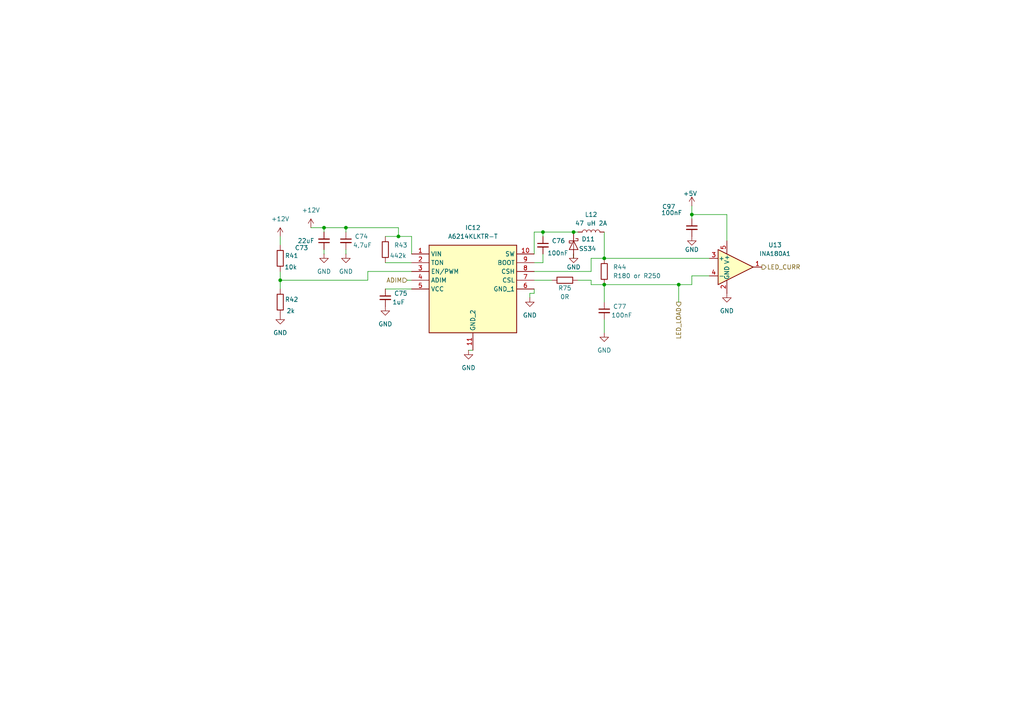
<source format=kicad_sch>
(kicad_sch (version 20250114) (generator "eeschema") (generator_version "9.0")
  (paper "A4")
  (lib_symbols
    (symbol "A6214KLKTR-T:A6214KLKTR-T"
      (property "Reference" "IC" (at 31.75 7.62 0))
      (property "Value" "A6214KLKTR-T" (at 31.75 5.08 0))
      (symbol "A6214KLKTR-T_1_1"
        (rectangle (start 5.08 2.54) (end 30.48 -22.86) (stroke (width 0.254)) (fill (type background)))
        (pin passive line (at 0 0 0) (length 5.08) (name "VIN") (number "1"))
        (pin passive line (at 0 -2.54 0) (length 5.08) (name "TON") (number "2"))
        (pin passive line (at 0 -5.08 0) (length 5.08) (name "EN/PWM") (number "3"))
        (pin passive line (at 0 -7.62 0) (length 5.08) (name "ADIM") (number "4"))
        (pin passive line (at 0 -10.16 0) (length 5.08) (name "VCC") (number "5"))
        (pin passive line (at 17.78 -27.94 90) (length 5.08) (name "GND_2") (number "11"))
        (pin passive line (at 35.56 0 180) (length 5.08) (name "SW") (number "10"))
        (pin passive line (at 35.56 -2.54 180) (length 5.08) (name "BOOT") (number "9"))
        (pin passive line (at 35.56 -5.08 180) (length 5.08) (name "CSH") (number "8"))
        (pin passive line (at 35.56 -7.62 180) (length 5.08) (name "CSL") (number "7"))
        (pin passive line (at 35.56 -10.16 180) (length 5.08) (name "GND_1") (number "6"))
      )
    )
    (symbol "Amplifier_Current:INA180A1" (pin_names (offset 0.127))
      (property "Reference" "U" (at 3.81 3.81 0))
      (property "Value" "INA180A1" (at 3.81 -2.54 0))
      (symbol "INA180A1_0_1"
        (polyline (pts (xy 5.08 0) (xy -5.08 5.08) (xy -5.08 -5.08) (xy 5.08 0)) (stroke (width 0.254)) (fill (type background)))
      )
      (symbol "INA180A1_1_1"
        (pin input line (at -7.62 2.54 0) (length 2.54) (name "+") (number "3"))
        (pin input line (at -7.62 -2.54 0) (length 2.54) (name "-") (number "4"))
        (pin power_in line (at -2.54 7.62 270) (length 3.81) (name "V+") (number "5"))
        (pin power_in line (at -2.54 -7.62 90) (length 3.81) (name "GND") (number "2"))
        (pin output line (at 7.62 0 180) (length 2.54) (name "~") (number "1"))
      )
    )
    (symbol "Device:C_Small" (pin_numbers (hide yes)) (pin_names (offset 0.254) (hide yes))
      (property "Reference" "C" (at 0.254 1.778 0))
      (property "Value" "C_Small" (at 0.254 -2.032 0))
      (symbol "C_Small_0_1"
        (polyline (pts (xy -1.524 0.508) (xy 1.524 0.508)) (stroke (width 0.3048)))
        (polyline (pts (xy -1.524 -0.508) (xy 1.524 -0.508)) (stroke (width 0.3302)))
      )
      (symbol "C_Small_1_1"
        (pin passive line (at 0 2.54 270) (length 2.032) (name "~") (number "1"))
        (pin passive line (at 0 -2.54 90) (length 2.032) (name "~") (number "2"))
      )
    )
    (symbol "Device:L" (pin_numbers (hide yes)) (pin_names (offset 1.016) (hide yes))
      (property "Reference" "L" (at -1.27 0 90))
      (property "Value" "L" (at 1.905 0 90))
      (symbol "L_0_1"
        (arc (start 0 2.54) (mid 0.6323 1.905) (end 0 1.27))
        (arc (start 0 1.27) (mid 0.6323 0.635) (end 0 0))
        (arc (start 0 0) (mid 0.6323 -0.635) (end 0 -1.27))
        (arc (start 0 -1.27) (mid 0.6323 -1.905) (end 0 -2.54))
      )
      (symbol "L_1_1"
        (pin passive line (at 0 3.81 270) (length 1.27) (name "1") (number "1"))
        (pin passive line (at 0 -3.81 90) (length 1.27) (name "2") (number "2"))
      )
    )
    (symbol "PCM_4ms_Diode:B140-E3" (pin_numbers (hide yes)) (pin_names (offset 1.016) (hide yes))
      (property "Reference" "D" (at 0 2.54 0))
      (property "Value" "B140-E3" (at 0 -2.54 0))
      (symbol "B140-E3_1_1"
        (polyline (pts (xy -1.905 0.635) (xy -1.905 1.27) (xy -1.27 1.27) (xy -1.27 -1.27) (xy -0.635 -1.27) (xy -0.635 -0.635)) (stroke (width 0.2032)))
        (polyline (pts (xy 1.27 1.27) (xy 1.27 -1.27) (xy -1.27 0) (xy 1.27 1.27)) (stroke (width 0.2032)))
        (polyline (pts (xy 1.27 0) (xy -1.27 0)))
        (pin passive line (at -3.81 0 0) (length 2.54) (name "K") (number "1"))
        (pin passive line (at 3.81 0 180) (length 2.54) (name "A") (number "2"))
      )
    )
    (symbol "PCM_4ms_Power-symbol:+12V" (power) (pin_names (offset 0))
      (property "Value" "+12V" (at 0 3.556 0))
      (symbol "+12V_0_1"
        (polyline (pts (xy -0.762 1.27) (xy 0 2.54)))
        (polyline (pts (xy 0 2.54) (xy 0.762 1.27)))
        (polyline (pts (xy 0 0) (xy 0 2.54)))
      )
      (symbol "+12V_1_1"
        (pin power_in line (at 0 0 90) (length 0) (hide yes) (name "+12V") (number "1"))
      )
    )
    (symbol "PCM_SL_Resistors:Resistor"
      (property "Reference" "R" (at 0 5.08 0))
      (property "Value" "Resistor" (at 0 2.54 0))
      (symbol "Resistor_0_1"
        (rectangle (start -2.286 0.889) (end 2.286 -0.889) (stroke (width 0.24)))
      )
      (symbol "Resistor_1_1"
        (pin passive line (at -3.81 0 0) (length 1.5) (name "") (number "1"))
        (pin passive line (at 3.81 0 180) (length 1.5) (name "~") (number "2"))
      )
    )
    (symbol "power:+5V" (power) (pin_numbers (hide yes)) (pin_names (offset 0) (hide yes))
      (property "Value" "+5V" (at 0 3.556 0))
      (symbol "+5V_0_1"
        (polyline (pts (xy -0.762 1.27) (xy 0 2.54)))
        (polyline (pts (xy 0 2.54) (xy 0.762 1.27)))
        (polyline (pts (xy 0 0) (xy 0 2.54)))
      )
      (symbol "+5V_1_1"
        (pin power_in line (at 0 0 90) (length 0) (name "~") (number "1"))
      )
    )
    (symbol "power:GND" (power) (pin_numbers (hide yes)) (pin_names (offset 0) (hide yes))
      (property "Value" "GND" (at 0 -3.81 0))
      (symbol "GND_0_1"
        (polyline (pts (xy 0 0) (xy 0 -1.27) (xy 1.27 -1.27) (xy 0 -2.54) (xy -1.27 -1.27) (xy 0 -1.27)))
      )
      (symbol "GND_1_1"
        (pin power_in line (at 0 0 270) (length 0) (name "~") (number "1"))
      )
    )
  )
  (junction (at 93.98 66.04))
  (junction (at 175.26 74.93))
  (junction (at 157.48 67.31))
  (junction (at 166.37 67.31))
  (junction (at 196.85 82.55))
  (junction (at 100.33 66.04))
  (junction (at 200.66 62.23))
  (junction (at 175.26 82.55))
  (junction (at 81.28 81.28))
  (junction (at 115.57 68.58))
  (wire (pts (xy 154.94 78.74) (xy 171.45 78.74)))
  (wire (pts (xy 81.28 78.74) (xy 81.28 81.28)))
  (wire (pts (xy 175.26 87.63) (xy 175.26 82.55)))
  (wire (pts (xy 175.26 96.52) (xy 175.26 92.71)))
  (wire (pts (xy 157.48 76.2) (xy 154.94 76.2)))
  (wire (pts (xy 90.17 66.04) (xy 93.98 66.04)))
  (wire (pts (xy 111.76 68.58) (xy 115.57 68.58)))
  (wire (pts (xy 200.66 59.69) (xy 200.66 62.23)))
  (wire (pts (xy 210.82 62.23) (xy 200.66 62.23)))
  (wire (pts (xy 115.57 66.04) (xy 115.57 68.58)))
  (wire (pts (xy 196.85 87.63) (xy 196.85 82.55)))
  (wire (pts (xy 100.33 73.66) (xy 100.33 72.39)))
  (wire (pts (xy 106.68 78.74) (xy 119.38 78.74)))
  (wire (pts (xy 200.66 62.23) (xy 200.66 63.5)))
  (wire (pts (xy 93.98 66.04) (xy 100.33 66.04)))
  (wire (pts (xy 166.37 73.66) (xy 166.37 74.93)))
  (wire (pts (xy 167.64 81.28) (xy 171.45 81.28)))
  (wire (pts (xy 171.45 78.74) (xy 171.45 74.93)))
  (wire (pts (xy 171.45 82.55) (xy 175.26 82.55)))
  (wire (pts (xy 171.45 81.28) (xy 171.45 82.55)))
  (wire (pts (xy 100.33 67.31) (xy 100.33 66.04)))
  (wire (pts (xy 166.37 67.31) (xy 167.64 67.31)))
  (wire (pts (xy 119.38 68.58) (xy 119.38 73.66)))
  (wire (pts (xy 154.94 85.09) (xy 154.94 83.82)))
  (wire (pts (xy 111.76 83.82) (xy 119.38 83.82)))
  (wire (pts (xy 153.67 85.09) (xy 153.67 86.36)))
  (wire (pts (xy 175.26 82.55) (xy 196.85 82.55)))
  (wire (pts (xy 200.66 82.55) (xy 200.66 80.01)))
  (wire (pts (xy 81.28 81.28) (xy 81.28 83.82)))
  (wire (pts (xy 154.94 67.31) (xy 154.94 73.66)))
  (wire (pts (xy 175.26 74.93) (xy 205.74 74.93)))
  (wire (pts (xy 157.48 73.66) (xy 157.48 76.2)))
  (wire (pts (xy 157.48 68.58) (xy 157.48 67.31)))
  (wire (pts (xy 93.98 72.39) (xy 93.98 73.66)))
  (wire (pts (xy 154.94 85.09) (xy 153.67 85.09)))
  (wire (pts (xy 196.85 82.55) (xy 200.66 82.55)))
  (wire (pts (xy 81.28 68.58) (xy 81.28 71.12)))
  (wire (pts (xy 154.94 81.28) (xy 160.02 81.28)))
  (wire (pts (xy 111.76 76.2) (xy 119.38 76.2)))
  (wire (pts (xy 100.33 66.04) (xy 115.57 66.04)))
  (wire (pts (xy 200.66 80.01) (xy 205.74 80.01)))
  (wire (pts (xy 93.98 67.31) (xy 93.98 66.04)))
  (wire (pts (xy 115.57 68.58) (xy 119.38 68.58)))
  (wire (pts (xy 157.48 67.31) (xy 166.37 67.31)))
  (wire (pts (xy 106.68 78.74) (xy 106.68 81.28)))
  (wire (pts (xy 154.94 67.31) (xy 157.48 67.31)))
  (wire (pts (xy 137.16 101.6) (xy 135.89 101.6)))
  (wire (pts (xy 81.28 81.28) (xy 106.68 81.28)))
  (wire (pts (xy 210.82 69.85) (xy 210.82 62.23)))
  (wire (pts (xy 175.26 67.31) (xy 175.26 74.93)))
  (wire (pts (xy 119.38 81.28) (xy 118.11 81.28)))
  (wire (pts (xy 171.45 74.93) (xy 175.26 74.93)))
  (hierarchical_label "ADIM" (shape input) (at 118.11 81.28 180))
  (hierarchical_label "LED_LOAD" (shape output) (at 196.85 87.63 270))
  (hierarchical_label "LED_CURR" (shape output) (at 220.98 77.47 0))
  (symbol (lib_id "PCM_4ms_Power-symbol:+12V") (at 90.17 66.04 0) (unit 1)
    (property "Reference" "#PWR0139" (effects (hide yes)))
    (property "Value" "+12V" (at 90.17 60.96 0))
    (instances (project "mgr_board" (path "" (reference "#PWR0179") (unit 1)) (path "" (reference "#PWR0159") (unit 1)) (path "" (reference "#PWR0139") (unit 1)) (path "" (reference "#PWR0149") (unit 1)) (path "" (reference "#PWR0169") (unit 1)) (path "" (reference "#PWR0189") (unit 1))))
  )
  (symbol (lib_id "power:GND") (at 81.28 91.44 0) (unit 1)
    (property "Reference" "#PWR0138" (effects (hide yes)))
    (property "Value" "GND" (at 81.28 96.52 0))
    (property "Description" "Power symbol creates a global label with name \"GND\" , ground" (effects (hide yes)))
    (instances (project "mgr_board" (path "" (reference "#PWR0178") (unit 1)) (path "" (reference "#PWR0158") (unit 1)) (path "" (reference "#PWR0138") (unit 1)) (path "" (reference "#PWR0148") (unit 1)) (path "" (reference "#PWR0168") (unit 1)) (path "" (reference "#PWR0188") (unit 1))))
  )
  (symbol (lib_id "Device:C_Small") (at 157.48 71.12 0) (unit 1)
    (property "Reference" "C56" (at 160.02 69.8562 0) (effects (justify left)))
    (property "Value" "100nF" (at 158.75 73.406 0) (effects (justify left)))
    (property "Footprint" "Capacitor_SMD:C_0603_1608Metric_Pad1.08x0.95mm_HandSolder" (effects (hide yes)))
    (property "Description" "Unpolarized capacitor, small symbol" (effects (hide yes)))
    (property "LCSC" "C14663" (effects (hide yes)))
    (instances (project "mgr_board" (path "" (reference "C76") (unit 1)) (path "" (reference "C66") (unit 1)) (path "" (reference "C56") (unit 1)) (path "" (reference "C61") (unit 1)) (path "" (reference "C71") (unit 1)) (path "" (reference "C81") (unit 1))))
  )
  (symbol (lib_id "Device:C_Small") (at 93.98 69.85 180) (unit 1)
    (property "Reference" "C53" (at 89.408 71.882 0) (effects (justify left)))
    (property "Value" "22uF" (at 91.186 69.85 0) (effects (justify left)))
    (property "Footprint" "Capacitor_SMD:C_0805_2012Metric_Pad1.18x1.45mm_HandSolder" (effects (hide yes)))
    (property "Description" "Unpolarized capacitor, small symbol" (effects (hide yes)))
    (property "LCSC" "C96446" (effects (hide yes)))
    (instances (project "mgr_board" (path "" (reference "C73") (unit 1)) (path "" (reference "C63") (unit 1)) (path "" (reference "C53") (unit 1)) (path "" (reference "C58") (unit 1)) (path "" (reference "C68") (unit 1)) (path "" (reference "C78") (unit 1))))
  )
  (symbol (lib_id "power:+5V") (at 200.66 59.69 0) (unit 1)
    (property "Reference" "#PWR0230" (effects (hide yes)))
    (property "Value" "+5V" (at 198.12 56.134 0) (effects (justify left)))
    (property "Description" "Power symbol creates a global label with name \"+5V\"" (effects (hide yes)))
    (instances (project "mgr_board" (path "" (reference "#PWR0242") (unit 1)) (path "" (reference "#PWR0236") (unit 1)) (path "" (reference "#PWR0230") (unit 1)) (path "" (reference "#PWR0233") (unit 1)) (path "" (reference "#PWR0239") (unit 1)) (path "" (reference "#PWR0245") (unit 1))))
  )
  (symbol (lib_id "power:GND") (at 210.82 85.09 0) (unit 1)
    (property "Reference" "#PWR0232" (effects (hide yes)))
    (property "Value" "GND" (at 210.82 90.17 0))
    (property "Description" "Power symbol creates a global label with name \"GND\" , ground" (effects (hide yes)))
    (instances (project "mgr_board" (path "" (reference "#PWR0244") (unit 1)) (path "" (reference "#PWR0238") (unit 1)) (path "" (reference "#PWR0232") (unit 1)) (path "" (reference "#PWR0235") (unit 1)) (path "" (reference "#PWR0241") (unit 1)) (path "" (reference "#PWR0247") (unit 1))))
  )
  (symbol (lib_id "power:GND") (at 111.76 88.9 0) (unit 1)
    (property "Reference" "#PWR0142" (effects (hide yes)))
    (property "Value" "GND" (at 111.76 93.98 0))
    (property "Description" "Power symbol creates a global label with name \"GND\" , ground" (effects (hide yes)))
    (instances (project "mgr_board" (path "" (reference "#PWR0182") (unit 1)) (path "" (reference "#PWR0162") (unit 1)) (path "" (reference "#PWR0142") (unit 1)) (path "" (reference "#PWR0152") (unit 1)) (path "" (reference "#PWR0172") (unit 1)) (path "" (reference "#PWR0192") (unit 1))))
  )
  (symbol (lib_id "power:GND") (at 153.67 86.36 0) (unit 1)
    (property "Reference" "#PWR0144" (effects (hide yes)))
    (property "Value" "GND" (at 153.67 91.44 0))
    (property "Description" "Power symbol creates a global label with name \"GND\" , ground" (effects (hide yes)))
    (instances (project "mgr_board" (path "" (reference "#PWR0184") (unit 1)) (path "" (reference "#PWR0164") (unit 1)) (path "" (reference "#PWR0144") (unit 1)) (path "" (reference "#PWR0154") (unit 1)) (path "" (reference "#PWR0174") (unit 1)) (path "" (reference "#PWR0194") (unit 1))))
  )
  (symbol (lib_id "A6214KLKTR-T:A6214KLKTR-T") (at 119.38 73.66 0) (unit 1)
    (property "Reference" "IC8" (at 137.16 66.04 0))
    (property "Value" "A6214KLKTR-T" (at 137.16 68.58 0))
    (property "Footprint" "footprint_lib:SOP100P600X165-11N" (effects (hide yes)))
    (property "Datasheet" "http://www.allegromicro.com/~/media/Files/Datasheets/A6214-A6216-Datasheet.ashx" (effects (hide yes)))
    (property "Description" "Automotive 2A Buck Led Driver" (effects (hide yes)))
    (property "Height" "1.65" (effects (hide yes)))
    (property "Manufacturer_Name" "Allegro Microsystems" (effects (hide yes)))
    (property "Manufacturer_Part_Number" "A6214KLKTR-T" (effects (hide yes)))
    (property "LCSC" "C146400" (effects (hide yes)))
    (instances (project "mgr_board" (path "" (reference "IC12") (unit 1)) (path "" (reference "IC10") (unit 1)) (path "" (reference "IC8") (unit 1)) (path "" (reference "IC9") (unit 1)) (path "" (reference "IC11") (unit 1)) (path "" (reference "IC13") (unit 1))))
  )
  (symbol (lib_id "PCM_SL_Resistors:Resistor") (at 81.28 87.63 270) (unit 1)
    (property "Reference" "R26" (at 84.582 86.868 90))
    (property "Value" "2k" (at 84.328 90.17 90))
    (property "Footprint" "Resistor_SMD:R_0603_1608Metric_Pad0.98x0.95mm_HandSolder" (effects (hide yes)))
    (property "Description" "1/4W Resistor" (effects (hide yes)))
    (property "LCSC" "C22975" (effects (hide yes)))
    (instances (project "mgr_board" (path "" (reference "R42") (unit 1)) (path "" (reference "R34") (unit 1)) (path "" (reference "R26") (unit 1)) (path "" (reference "R30") (unit 1)) (path "" (reference "R38") (unit 1)) (path "" (reference "R46") (unit 1))))
  )
  (symbol (lib_id "power:GND") (at 93.98 73.66 0) (unit 1)
    (property "Reference" "#PWR0140" (effects (hide yes)))
    (property "Value" "GND" (at 93.98 78.74 0))
    (property "Description" "Power symbol creates a global label with name \"GND\" , ground" (effects (hide yes)))
    (instances (project "mgr_board" (path "" (reference "#PWR0180") (unit 1)) (path "" (reference "#PWR0160") (unit 1)) (path "" (reference "#PWR0140") (unit 1)) (path "" (reference "#PWR0150") (unit 1)) (path "" (reference "#PWR0170") (unit 1)) (path "" (reference "#PWR0190") (unit 1))))
  )
  (symbol (lib_id "power:GND") (at 166.37 73.66 0) (unit 1)
    (property "Reference" "#PWR0145" (effects (hide yes)))
    (property "Value" "GND" (at 166.37 77.47 0))
    (property "Description" "Power symbol creates a global label with name \"GND\" , ground" (effects (hide yes)))
    (instances (project "mgr_board" (path "" (reference "#PWR0185") (unit 1)) (path "" (reference "#PWR0165") (unit 1)) (path "" (reference "#PWR0145") (unit 1)) (path "" (reference "#PWR0155") (unit 1)) (path "" (reference "#PWR0175") (unit 1)) (path "" (reference "#PWR0195") (unit 1))))
  )
  (symbol (lib_id "power:GND") (at 200.66 68.58 0) (unit 1)
    (property "Reference" "#PWR0231" (effects (hide yes)))
    (property "Value" "GND" (at 200.66 72.39 0))
    (property "Description" "Power symbol creates a global label with name \"GND\" , ground" (effects (hide yes)))
    (instances (project "mgr_board" (path "" (reference "#PWR0243") (unit 1)) (path "" (reference "#PWR0237") (unit 1)) (path "" (reference "#PWR0231") (unit 1)) (path "" (reference "#PWR0234") (unit 1)) (path "" (reference "#PWR0240") (unit 1)) (path "" (reference "#PWR0246") (unit 1))))
  )
  (symbol (lib_id "power:GND") (at 135.89 101.6 0) (unit 1)
    (property "Reference" "#PWR0143" (effects (hide yes)))
    (property "Value" "GND" (at 135.89 106.68 0))
    (property "Description" "Power symbol creates a global label with name \"GND\" , ground" (effects (hide yes)))
    (instances (project "mgr_board" (path "" (reference "#PWR0183") (unit 1)) (path "" (reference "#PWR0163") (unit 1)) (path "" (reference "#PWR0143") (unit 1)) (path "" (reference "#PWR0153") (unit 1)) (path "" (reference "#PWR0173") (unit 1)) (path "" (reference "#PWR0193") (unit 1))))
  )
  (symbol (lib_id "power:GND") (at 100.33 73.66 0) (unit 1)
    (property "Reference" "#PWR0141" (effects (hide yes)))
    (property "Value" "GND" (at 100.33 78.74 0))
    (property "Description" "Power symbol creates a global label with name \"GND\" , ground" (effects (hide yes)))
    (instances (project "mgr_board" (path "" (reference "#PWR0181") (unit 1)) (path "" (reference "#PWR0161") (unit 1)) (path "" (reference "#PWR0141") (unit 1)) (path "" (reference "#PWR0151") (unit 1)) (path "" (reference "#PWR0171") (unit 1)) (path "" (reference "#PWR0191") (unit 1))))
  )
  (symbol (lib_id "Device:L") (at 171.45 67.31 90) (unit 1)
    (property "Reference" "L8" (at 171.45 62.23 90))
    (property "Value" "47 uH 2A" (at 171.45 64.77 90))
    (property "Footprint" "footprint_lib:DR125-470-R" (effects (hide yes)))
    (property "Description" "Inductor" (effects (hide yes)))
    (property "LCSC" "C5127262" (effects (hide yes)))
    (instances (project "mgr_board" (path "" (reference "L12") (unit 1)) (path "" (reference "L10") (unit 1)) (path "" (reference "L8") (unit 1)) (path "" (reference "L9") (unit 1)) (path "" (reference "L11") (unit 1)) (path "" (reference "L13") (unit 1))))
  )
  (symbol (lib_id "Device:C_Small") (at 100.33 69.85 0) (unit 1)
    (property "Reference" "C54" (at 102.87 68.5862 0) (effects (justify left)))
    (property "Value" "4,7uF" (at 102.362 71.12 0) (effects (justify left)))
    (property "Footprint" "Capacitor_SMD:C_0603_1608Metric_Pad1.08x0.95mm_HandSolder" (effects (hide yes)))
    (property "Description" "Unpolarized capacitor, small symbol" (effects (hide yes)))
    (property "LCSC" "C19666" (effects (hide yes)))
    (instances (project "mgr_board" (path "" (reference "C74") (unit 1)) (path "" (reference "C64") (unit 1)) (path "" (reference "C54") (unit 1)) (path "" (reference "C59") (unit 1)) (path "" (reference "C69") (unit 1)) (path "" (reference "C79") (unit 1))))
  )
  (symbol (lib_id "PCM_SL_Resistors:Resistor") (at 111.76 72.39 90) (unit 1)
    (property "Reference" "R27" (at 114.3 71.1199 90) (effects (justify right)))
    (property "Value" "442k" (at 113.03 74.168 90) (effects (justify right)))
    (property "Footprint" "Resistor_SMD:R_0603_1608Metric_Pad0.98x0.95mm_HandSolder" (effects (hide yes)))
    (property "Description" "1/4W Resistor" (effects (hide yes)))
    (property "LCSC" "C23175" (effects (hide yes)))
    (instances (project "mgr_board" (path "" (reference "R43") (unit 1)) (path "" (reference "R35") (unit 1)) (path "" (reference "R27") (unit 1)) (path "" (reference "R31") (unit 1)) (path "" (reference "R39") (unit 1)) (path "" (reference "R47") (unit 1))))
  )
  (symbol (lib_id "PCM_SL_Resistors:Resistor") (at 175.26 78.74 90) (unit 1)
    (property "Reference" "R28" (at 177.8 77.4699 90) (effects (justify right)))
    (property "Value" "R180 or R250" (at 177.8 80.0099 90) (effects (justify right)))
    (property "Footprint" "Resistor_SMD:R_2512_6332Metric_Pad1.40x3.35mm_HandSolder" (effects (hide yes)))
    (property "Description" "1/4W Resistor" (effects (hide yes)))
    (instances (project "mgr_board" (path "" (reference "R44") (unit 1)) (path "" (reference "R36") (unit 1)) (path "" (reference "R28") (unit 1)) (path "" (reference "R32") (unit 1)) (path "" (reference "R40") (unit 1)) (path "" (reference "R48") (unit 1))))
  )
  (symbol (lib_id "PCM_4ms_Diode:B140-E3") (at 166.37 71.12 270) (unit 1)
    (property "Reference" "D7" (at 168.656 69.342 90) (effects (justify left)))
    (property "Value" "SS34" (at 167.894 72.136 90) (effects (justify left)))
    (property "Footprint" "Diode_SMD:D_SMA" (effects (hide yes)))
    (property "Datasheet" "https://www.tme.eu/pl/details/sba230al-r1/diody-schottky-smd/panjit-semiconductor/sba230al-r1-00001/" (effects (hide yes)))
    (property "Description" "JLC - SS34 / TME SK24ATR-SMC" (effects (hide yes)))
    (property "Specifications" "40V, 2A" (effects (hide yes)))
    (property "Manufacturer" "Diodes Incorporated" (effects (hide yes)))
    (property "Part Number" "B140-E3/5AT" (effects (hide yes)))
    (property "Manufacturer 2" "Diodes Incorporated" (effects (hide yes)))
    (property "Part Number 2" "B140-E3/61T" (effects (hide yes)))
    (property "JLCPCB ID" "C15759" (effects (hide yes)))
    (property "LCSC" "C8678" (effects (hide yes)))
    (instances (project "mgr_board" (path "" (reference "D11") (unit 1)) (path "" (reference "D9") (unit 1)) (path "" (reference "D7") (unit 1)) (path "" (reference "D8") (unit 1)) (path "" (reference "D10") (unit 1)) (path "" (reference "D12") (unit 1))))
  )
  (symbol (lib_id "PCM_4ms_Power-symbol:+12V") (at 81.28 68.58 0) (unit 1)
    (property "Reference" "#PWR0177" (effects (hide yes)))
    (property "Value" "+12V" (at 81.28 63.5 0))
    (instances (project "mgr_board" (path "" (reference "#PWR0199") (unit 1)) (path "" (reference "#PWR0197") (unit 1)) (path "" (reference "#PWR0177") (unit 1)) (path "" (reference "#PWR0187") (unit 1)) (path "" (reference "#PWR0198") (unit 1)) (path "" (reference "#PWR0200") (unit 1))))
  )
  (symbol (lib_id "Device:C_Small") (at 111.76 86.36 0) (unit 1)
    (property "Reference" "C55" (at 114.3 85.0962 0) (effects (justify left)))
    (property "Value" "1uF" (at 113.792 87.63 0) (effects (justify left)))
    (property "Footprint" "Capacitor_SMD:C_0603_1608Metric_Pad1.08x0.95mm_HandSolder" (effects (hide yes)))
    (property "Description" "Unpolarized capacitor, small symbol" (effects (hide yes)))
    (property "LCSC" "C15849" (effects (hide yes)))
    (instances (project "mgr_board" (path "" (reference "C75") (unit 1)) (path "" (reference "C65") (unit 1)) (path "" (reference "C55") (unit 1)) (path "" (reference "C60") (unit 1)) (path "" (reference "C70") (unit 1)) (path "" (reference "C80") (unit 1))))
  )
  (symbol (lib_id "Device:C_Small") (at 200.66 66.04 0) (unit 1)
    (property "Reference" "C93" (at 192.024 59.944 0) (effects (justify left)))
    (property "Value" "100nF" (at 191.77 61.722 0) (effects (justify left)))
    (property "Footprint" "Capacitor_SMD:C_0603_1608Metric_Pad1.08x0.95mm_HandSolder" (effects (hide yes)))
    (property "Description" "Unpolarized capacitor, small symbol" (effects (hide yes)))
    (property "LCSC" "C14663" (effects (hide yes)))
    (instances (project "mgr_board" (path "" (reference "C97") (unit 1)) (path "" (reference "C95") (unit 1)) (path "" (reference "C93") (unit 1)) (path "" (reference "C94") (unit 1)) (path "" (reference "C96") (unit 1)) (path "" (reference "C98") (unit 1))))
  )
  (symbol (lib_id "PCM_SL_Resistors:Resistor") (at 163.83 81.28 0) (unit 1)
    (property "Reference" "R71" (at 163.83 83.566 0))
    (property "Value" "0R" (at 163.83 86.106 0))
    (property "Footprint" "Capacitor_SMD:C_0402_1005Metric_Pad0.74x0.62mm_HandSolder" (effects (hide yes)))
    (property "Description" "1/4W Resistor" (effects (hide yes)))
    (property "LCSC" "C17168" (effects (hide yes)))
    (instances (project "mgr_board" (path "" (reference "R75") (unit 1)) (path "" (reference "R73") (unit 1)) (path "" (reference "R71") (unit 1)) (path "" (reference "R72") (unit 1)) (path "" (reference "R74") (unit 1)) (path "" (reference "R76") (unit 1))))
  )
  (symbol (lib_id "power:GND") (at 175.26 96.52 0) (unit 1)
    (property "Reference" "#PWR0146" (effects (hide yes)))
    (property "Value" "GND" (at 175.26 101.6 0))
    (property "Description" "Power symbol creates a global label with name \"GND\" , ground" (effects (hide yes)))
    (instances (project "mgr_board" (path "" (reference "#PWR0186") (unit 1)) (path "" (reference "#PWR0166") (unit 1)) (path "" (reference "#PWR0146") (unit 1)) (path "" (reference "#PWR0156") (unit 1)) (path "" (reference "#PWR0176") (unit 1)) (path "" (reference "#PWR0196") (unit 1))))
  )
  (symbol (lib_id "Device:C_Small") (at 175.26 90.17 0) (unit 1)
    (property "Reference" "C57" (at 177.8 88.9062 0) (effects (justify left)))
    (property "Value" "100nF" (at 177.292 91.44 0) (effects (justify left)))
    (property "Footprint" "Capacitor_SMD:C_0603_1608Metric_Pad1.08x0.95mm_HandSolder" (effects (hide yes)))
    (property "Description" "Unpolarized capacitor, small symbol" (effects (hide yes)))
    (property "LCSC" "C14663" (effects (hide yes)))
    (instances (project "mgr_board" (path "" (reference "C77") (unit 1)) (path "" (reference "C67") (unit 1)) (path "" (reference "C57") (unit 1)) (path "" (reference "C62") (unit 1)) (path "" (reference "C72") (unit 1)) (path "" (reference "C82") (unit 1))))
  )
  (symbol (lib_id "PCM_SL_Resistors:Resistor") (at 81.28 74.93 270) (unit 1)
    (property "Reference" "R25" (at 84.582 74.168 90))
    (property "Value" "10k" (at 84.328 77.47 90))
    (property "Footprint" "Resistor_SMD:R_0603_1608Metric_Pad0.98x0.95mm_HandSolder" (effects (hide yes)))
    (property "Description" "1/4W Resistor" (effects (hide yes)))
    (property "LCSC" "C25804" (effects (hide yes)))
    (instances (project "mgr_board" (path "" (reference "R41") (unit 1)) (path "" (reference "R33") (unit 1)) (path "" (reference "R25") (unit 1)) (path "" (reference "R29") (unit 1)) (path "" (reference "R37") (unit 1)) (path "" (reference "R45") (unit 1))))
  )
  (symbol (lib_id "Amplifier_Current:INA180A1") (at 213.36 77.47 0) (unit 1)
    (property "Reference" "U9" (at 224.79 71.0498 0))
    (property "Value" "INA180A1" (at 224.79 73.5898 0))
    (property "Footprint" "Package_TO_SOT_SMD:SOT-23-5" (effects (hide yes)))
    (property "Datasheet" "http://www.ti.com/lit/ds/symlink/ina180.pdf" (effects (hide yes)))
    (property "Description" "Current Sense Amplifier, 1 Circuit, Rail-to-Rail, 26V, Gain 20 V/V, SOT-23-5" (effects (hide yes)))
    (instances (project "mgr_board" (path "" (reference "U13") (unit 1)) (path "" (reference "U11") (unit 1)) (path "" (reference "U9") (unit 1)) (path "" (reference "U10") (unit 1)) (path "" (reference "U12") (unit 1)) (path "" (reference "U14") (unit 1))))
  )
)
</source>
